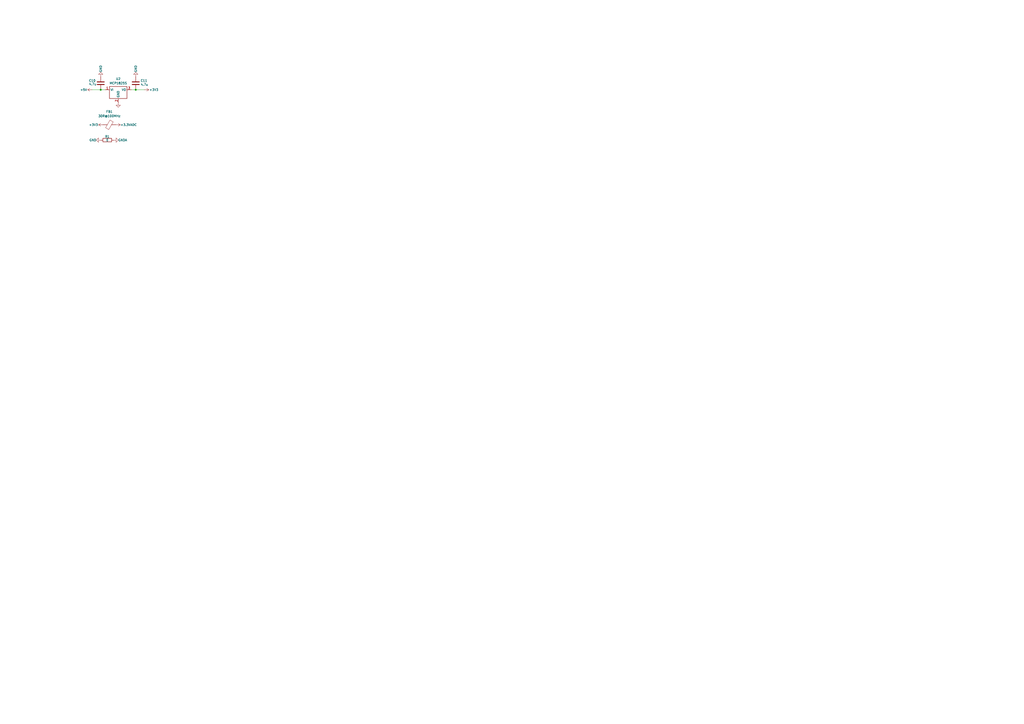
<source format=kicad_sch>
(kicad_sch (version 20250114) (generator "eeschema") (generator_version "9.0")
  (paper "A2")
  (lib_symbols
    (symbol "Device:C" (pin_numbers (hide yes)) (pin_names (offset 0.254))
      (property "Reference" "C" (at 0.635 2.54 0))
      (property "Value" "C" (at 0.635 -2.54 0))
      (symbol "C_0_1"
        (polyline (pts (xy -2.032 0.762) (xy 2.032 0.762)) (stroke (width 0.508)))
        (polyline (pts (xy -2.032 -0.762) (xy 2.032 -0.762)) (stroke (width 0.508)))
      )
      (symbol "C_1_1"
        (pin passive line (at 0 3.81 270) (length 2.794) (name "~") (number "1"))
        (pin passive line (at 0 -3.81 90) (length 2.794) (name "~") (number "2"))
      )
    )
    (symbol "Device:FerriteBead" (pin_numbers (hide yes)) (pin_names (offset 0))
      (property "Reference" "FB" (at -3.81 0.635 90))
      (property "Value" "FerriteBead" (at 3.81 0 90))
      (symbol "FerriteBead_0_1"
        (polyline (pts (xy -2.7686 0.4064) (xy -1.7018 2.2606) (xy 2.7686 -0.3048) (xy 1.6764 -2.159) (xy -2.7686 0.4064)))
        (polyline (pts (xy 0 1.27) (xy 0 1.2954)))
        (polyline (pts (xy 0 -1.27) (xy 0 -1.2192)))
      )
      (symbol "FerriteBead_1_1"
        (pin passive line (at 0 3.81 270) (length 2.54) (name "~") (number "1"))
        (pin passive line (at 0 -3.81 90) (length 2.54) (name "~") (number "2"))
      )
    )
    (symbol "Device:R" (pin_numbers (hide yes)) (pin_names (offset 0))
      (property "Reference" "R" (at 2.032 0 90))
      (property "Value" "R" (at 0 0 90))
      (symbol "R_0_1"
        (rectangle (start -1.016 -2.54) (end 1.016 2.54) (stroke (width 0.254)))
      )
      (symbol "R_1_1"
        (pin passive line (at 0 3.81 270) (length 1.27) (name "~") (number "1"))
        (pin passive line (at 0 -3.81 90) (length 1.27) (name "~") (number "2"))
      )
    )
    (symbol "Regulator_Linear:MCP1825S"
      (property "Reference" "U?" (at 0 6.35 0))
      (property "Value" "MCP1825S" (at 0 3.81 0))
      (symbol "MCP1825S_1_1"
        (rectangle (start -5.08 1.905) (end 5.08 -5.08) (stroke (width 0.254)))
        (pin power_in line (at -7.62 0 0) (length 2.54) (name "VI") (number "1"))
        (pin power_in line (at 0 -7.62 90) (length 2.54) (name "GND") (number "2"))
        (pin power_in line (at 0 -7.62 90) (length 2.54) (hide yes) (name "GND") (number "4"))
        (pin power_out line (at 7.62 0 180) (length 2.54) (name "VO") (number "3"))
      )
    )
    (symbol "power:+3.3VADC" (power) (pin_names (offset 0))
      (property "Value" "+3.3VADC" (at 0 2.54 0))
      (symbol "+3.3VADC_0_0"
        (pin power_in line (at 0 0 90) (length 0) (hide yes) (name "+3.3VADC") (number "1"))
      )
      (symbol "+3.3VADC_0_1"
        (polyline (pts (xy -0.762 1.27) (xy 0 2.54)))
        (polyline (pts (xy 0 2.54) (xy 0.762 1.27)))
        (polyline (pts (xy 0 0) (xy 0 2.54)))
      )
    )
    (symbol "power:+3V3" (power) (pin_numbers (hide yes)) (pin_names (offset 0) (hide yes))
      (property "Value" "+3V3" (at 0 3.556 0))
      (symbol "+3V3_0_1"
        (polyline (pts (xy -0.762 1.27) (xy 0 2.54)))
        (polyline (pts (xy 0 2.54) (xy 0.762 1.27)))
        (polyline (pts (xy 0 0) (xy 0 2.54)))
      )
      (symbol "+3V3_1_1"
        (pin power_in line (at 0 0 90) (length 0) (name "~") (number "1"))
      )
    )
    (symbol "power:+5V" (power) (pin_numbers (hide yes)) (pin_names (offset 0) (hide yes))
      (property "Value" "+5V" (at 0 3.556 0))
      (symbol "+5V_0_1"
        (polyline (pts (xy -0.762 1.27) (xy 0 2.54)))
        (polyline (pts (xy 0 2.54) (xy 0.762 1.27)))
        (polyline (pts (xy 0 0) (xy 0 2.54)))
      )
      (symbol "+5V_1_1"
        (pin power_in line (at 0 0 90) (length 0) (name "~") (number "1"))
      )
    )
    (symbol "power:GND" (power) (pin_numbers (hide yes)) (pin_names (offset 0) (hide yes))
      (property "Value" "GND" (at 0 -3.81 0))
      (symbol "GND_0_1"
        (polyline (pts (xy 0 0) (xy 0 -1.27) (xy 1.27 -1.27) (xy 0 -2.54) (xy -1.27 -1.27) (xy 0 -1.27)))
      )
      (symbol "GND_1_1"
        (pin power_in line (at 0 0 270) (length 0) (name "~") (number "1"))
      )
    )
    (symbol "power:GNDA" (power) (pin_numbers (hide yes)) (pin_names (offset 0) (hide yes))
      (property "Value" "GNDA" (at 0 -3.81 0))
      (symbol "GNDA_0_1"
        (polyline (pts (xy 0 0) (xy 0 -1.27) (xy 1.27 -1.27) (xy 0 -2.54) (xy -1.27 -1.27) (xy 0 -1.27)))
      )
      (symbol "GNDA_1_1"
        (pin power_in line (at 0 0 270) (length 0) (name "~") (number "1"))
      )
    )
  )
  (junction (at 78.74 52.07))
  (junction (at 58.42 52.07))
  (wire (pts (xy 76.2 52.07) (xy 78.74 52.07)) (stroke (width 0.1524)))
  (wire (pts (xy 58.42 52.07) (xy 60.96 52.07)) (stroke (width 0.1524)))
  (wire (pts (xy 78.74 52.07) (xy 83.82 52.07)) (stroke (width 0.1524)))
  (wire (pts (xy 53.34 52.07) (xy 58.42 52.07)) (stroke (width 0.1524)))
  (symbol (lib_id "Regulator_Linear:MCP1825S") (at 68.58 52.07 0) (unit 1)
    (property "Reference" "U2" (at 68.58 45.72 0))
    (property "Value" "MCP1825S" (at 68.58 48.26 0))
    (property "Footprint" "Package_TO_SOT_SMD:SOT-223" (effects (hide yes)))
    (property "Datasheet" "http://ww1.microchip.com/downloads/en/devicedoc/22056b.pdf" (effects (hide yes)))
    (property "Description" "500mA, Low-Voltage, Low Quiescent Current LDO Regulator, SOT-223, TO-220, TO-263" (effects (hide yes)))
    (property "LCSC" "C148031" (effects (hide yes)))
  )
  (symbol (lib_id "power:+3V3") (at 83.82 52.07 270) (unit 1)
    (property "Reference" "#PWR012" (effects (hide yes)))
    (property "Value" "+3V3" (at 86.614 52.07 90) (effects (justify left)))
    (property "Description" "Power symbol creates a global label with name \"+3V3\"" (effects (hide yes)))
  )
  (symbol (lib_id "Device:C") (at 58.42 48.26 180) (unit 1)
    (property "Reference" "C10" (at 51.562 47.498 0) (effects (justify right top)))
    (property "Value" "4.7u" (at 51.562 49.53 0) (effects (justify right top)))
    (property "Footprint" "Capacitor_SMD:C_0402_1005Metric" (effects (hide yes)))
    (property "Description" "Unpolarized capacitor" (effects (hide yes)))
    (property "LCSC" "C23687" (effects (hide yes)))
  )
  (symbol (lib_id "power:+3V3") (at 59.69 72.39 90) (unit 1)
    (property "Reference" "#PWR050" (effects (hide yes)))
    (property "Value" "+3V3" (at 56.896 72.39 90) (effects (justify left)))
    (property "Description" "Power symbol creates a global label with name \"+3V3\"" (effects (hide yes)))
  )
  (symbol (lib_id "Device:C") (at 78.74 48.26 180) (unit 1)
    (property "Reference" "C11" (at 81.534 47.498 0) (effects (justify right top)))
    (property "Value" "4.7u" (at 81.534 49.784 0) (effects (justify right top)))
    (property "Footprint" "Capacitor_SMD:C_0402_1005Metric" (effects (hide yes)))
    (property "Description" "Unpolarized capacitor" (effects (hide yes)))
    (property "LCSC" "C23687" (effects (hide yes)))
  )
  (symbol (lib_id "power:GND") (at 78.74 44.45 180) (unit 1)
    (property "Reference" "#PWR013" (effects (hide yes)))
    (property "Value" "GND" (at 78.74 39.878 90))
    (property "Description" "Power symbol creates a global label with name \"GND\" , ground" (effects (hide yes)))
  )
  (symbol (lib_id "power:+3.3VADC") (at 67.31 72.39 270) (unit 1)
    (property "Reference" "#PWR051" (effects (hide yes)))
    (property "Value" "+3.3VADC" (at 69.85 72.39 90) (effects (justify left)))
  )
  (symbol (lib_id "Device:FerriteBead") (at 63.5 72.39 90) (unit 1)
    (property "Reference" "FB1" (at 63.4492 64.77 90))
    (property "Value" "30R@100MHz" (at 63.4492 67.31 90))
    (property "Footprint" "Resistor_SMD:R_0805_2012Metric" (effects (hide yes)))
    (property "LCSC" "C16903" (effects (hide yes)))
  )
  (symbol (lib_id "power:GND") (at 68.58 59.69 0) (unit 1)
    (property "Reference" "#PWR011" (effects (hide yes)))
    (property "Value" "GND" (effects (hide yes)))
    (property "Description" "Power symbol creates a global label with name \"GND\" , ground" (effects (hide yes)))
  )
  (symbol (lib_id "power:+5V") (at 53.34 52.07 90) (unit 1)
    (property "Reference" "#PWR015" (effects (hide yes)))
    (property "Value" "+5V" (at 50.546 52.07 90) (effects (justify left)))
    (property "Description" "Power symbol creates a global label with name \"+5V\"" (effects (hide yes)))
  )
  (symbol (lib_id "power:GND") (at 58.42 44.45 180) (unit 1)
    (property "Reference" "#PWR014" (effects (hide yes)))
    (property "Value" "GND" (at 58.42 39.878 90))
    (property "Description" "Power symbol creates a global label with name \"GND\" , ground" (effects (hide yes)))
  )
  (symbol (lib_id "power:GND") (at 58.42 81.28 270) (unit 1)
    (property "Reference" "#PWR010" (effects (hide yes)))
    (property "Value" "GND" (at 53.848 81.28 90))
    (property "Description" "Power symbol creates a global label with name \"GND\" , ground" (effects (hide yes)))
  )
  (symbol (lib_id "Device:R") (at 62.23 81.28 90) (unit 1)
    (property "Reference" "R1" (at 62.23 79.248 90))
    (property "Value" "0" (at 62.23 81.28 90))
    (property "Footprint" "Resistor_SMD:R_0805_2012Metric" (effects (hide yes)))
    (property "Description" "Resistor" (effects (hide yes)))
    (property "LCSC" "C2074916" (effects (hide yes)))
  )
  (symbol (lib_id "power:GNDA") (at 66.04 81.28 90) (unit 1)
    (property "Reference" "#PWR09" (effects (hide yes)))
    (property "Value" "GNDA" (at 68.58 81.28 90) (effects (justify right)))
    (property "Description" "Power symbol creates a global label with name \"GNDA\" , analog ground" (effects (hide yes)))
  )
)
</source>
